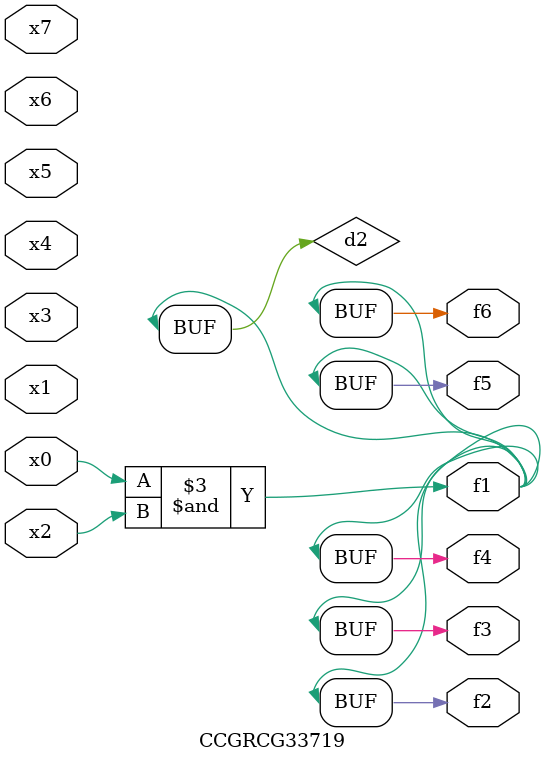
<source format=v>
module CCGRCG33719(
	input x0, x1, x2, x3, x4, x5, x6, x7,
	output f1, f2, f3, f4, f5, f6
);

	wire d1, d2;

	nor (d1, x3, x6);
	and (d2, x0, x2);
	assign f1 = d2;
	assign f2 = d2;
	assign f3 = d2;
	assign f4 = d2;
	assign f5 = d2;
	assign f6 = d2;
endmodule

</source>
